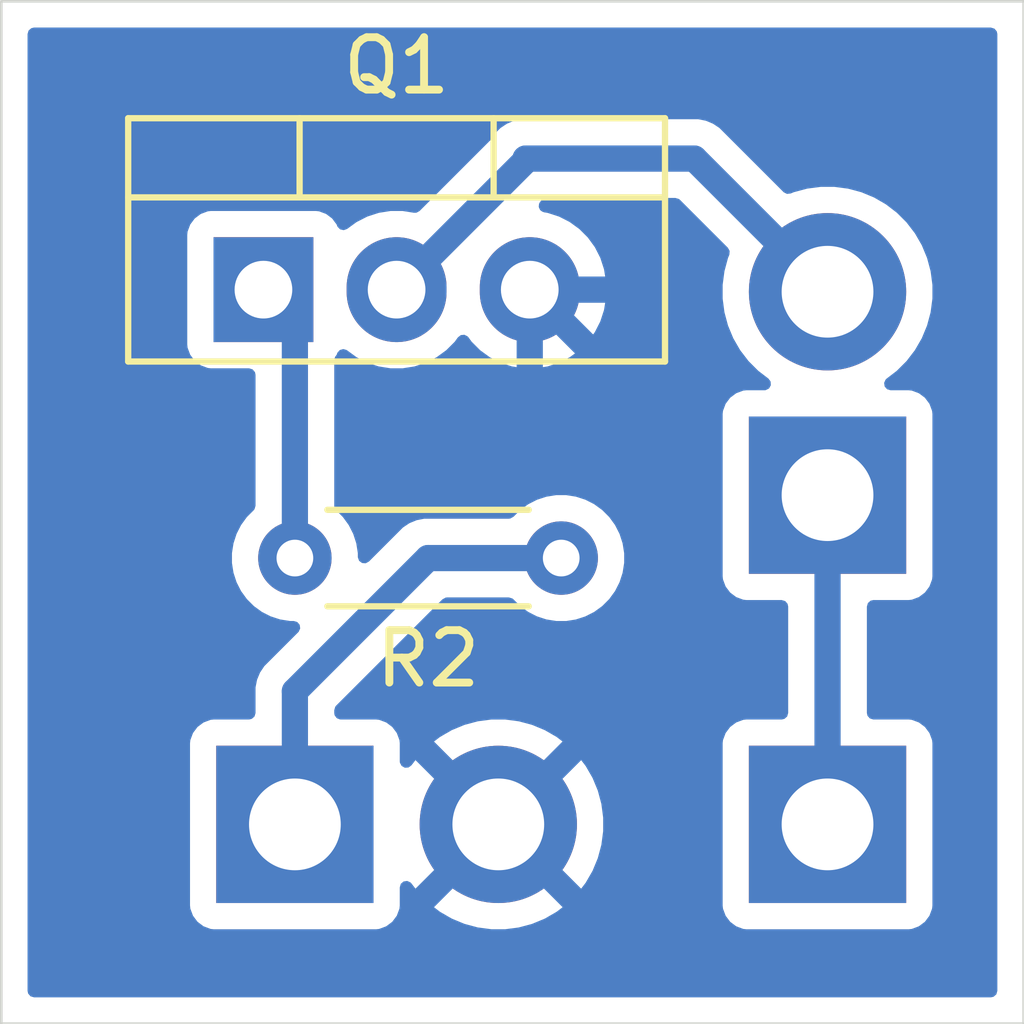
<source format=kicad_pcb>
(kicad_pcb (version 20241229) (generator "pcbnew") (generator_version "9.0")
  (layers (0 "F.Cu" signal) (2 "B.Cu" signal) (13 "F.Paste" user) (15 "B.Paste" user) (5 "F.SilkS" user "F.Silkscreen") (7 "B.SilkS" user "B.Silkscreen") (1 "F.Mask" user) (3 "B.Mask" user) (25 "Edge.Cuts" user))
  (net 0 "")
  (net 1 "led -")
  (net 2 "led+")
  (net 3 "Net-(Q1-B)")
  (net 4 "GND")
  (net 5 "VCC")
  (footprint "Connector:JWT_A3963_1x02_P3.96mm_Vertical" (layer "F.Cu") (at 101.6 76.2)
    (property "Reference" "REF**" (hide yes))
    (property "Value" "JWT_A3963_1x02_P3.96mm_Vertical" (hide yes))
    (pad "1" thru_hole rect (at 0 0) (size 3 3) (drill 1.75) (layers "*.Cu" "*.Mask") (net 5 "VCC"))
    (pad "2" thru_hole circle (at 3.88 0) (size 3 3) (drill 1.75) (layers "*.Cu" "*.Mask") (net 4 "GND"))
  )
  (footprint "Connector:JWT_A3963_1x02_P3.96mm_Vertical" (layer "F.Cu") (at 111.76 69.92 90)
    (property "Reference" "REF**" (hide yes))
    (property "Value" "JWT_A3963_1x02_P3.96mm_Vertical" (hide yes))
    (pad "1" thru_hole rect (at 0 0 90) (size 3 3) (drill 1.75) (layers "*.Cu" "*.Mask") (net 2 "led+"))
    (pad "2" thru_hole circle (at 3.88 0 90) (size 3 3) (drill 1.75) (layers "*.Cu" "*.Mask") (net 1 "led -"))
  )
  (footprint "" (layer "F.Cu") (at 111.76 76.2)
    (property "Reference" "" (at 0 0 0) (layer "F.SilkS") (effects (font (size 1.27 1.27))))
    (property "Value" "" (at 0 0 0) (layer "F.SilkS") (effects (font (size 1.27 1.27))))
    (pad "1" thru_hole rect (at 0 0 90) (size 3 3) (drill 1.75) (layers "*.Cu" "*.Mask") (net 2 "led+"))
  )
  (footprint "Package_TO_SOT_THT:TO-220-3_Vertical" (layer "F.Cu") (at 101 66)
    (property "Reference" "Q1" (at 2.54 -4.27 0) (layer "F.SilkS"))
    (property "Value" "TIP41C")
    (fp_line (start -2.58 -3.27) (end -2.58 1.371) (stroke (width 0.12)) (layer "F.SilkS"))
    (fp_line (start -2.58 -3.27) (end 7.66 -3.27) (stroke (width 0.12)) (layer "F.SilkS"))
    (fp_line (start -2.58 -1.76) (end 7.66 -1.76) (stroke (width 0.12)) (layer "F.SilkS"))
    (fp_line (start -2.58 1.371) (end 7.66 1.371) (stroke (width 0.12)) (layer "F.SilkS"))
    (fp_line (start 0.69 -3.27) (end 0.69 -1.76) (stroke (width 0.12)) (layer "F.SilkS"))
    (fp_line (start 4.391 -3.27) (end 4.391 -1.76) (stroke (width 0.12)) (layer "F.SilkS"))
    (fp_line (start 7.66 -3.27) (end 7.66 1.371) (stroke (width 0.12)) (layer "F.SilkS"))
    (pad "1" thru_hole rect (at 0 0) (size 1.905 2) (drill 1.1) (layers "*.Cu" "*.Mask") (net 3 "Net-(Q1-B)"))
    (pad "2" thru_hole oval (at 2.54 0) (size 1.905 2) (drill 1.1) (layers "*.Cu" "*.Mask") (net 1 "led -"))
    (pad "3" thru_hole oval (at 5.08 0) (size 1.905 2) (drill 1.1) (layers "*.Cu" "*.Mask") (net 4 "GND"))
  )
  (footprint "Resistor_THT:R_Axial_DIN0204_L3.6mm_D1.6mm_P5.08mm_Horizontal" (layer "F.Cu") (at 106.68 71.12 180)
    (property "Reference" "R2" (at 2.54 -1.92 0) (layer "F.SilkS"))
    (property "Value" "1k")
    (fp_line (start 0.62 0.92) (end 4.46 0.92) (stroke (width 0.12)) (layer "F.SilkS"))
    (fp_line (start 0.62 -0.92) (end 4.46 -0.92) (stroke (width 0.12)) (layer "F.SilkS"))
    (pad "1" thru_hole circle (at 0 0 180) (size 1.4 1.4) (drill 0.7) (layers "*.Cu" "*.Mask") (net 5 "VCC"))
    (pad "2" thru_hole oval (at 5.08 0 180) (size 1.4 1.4) (drill 0.7) (layers "*.Cu" "*.Mask") (net 3 "Net-(Q1-B)"))
  )
  (gr_rect (start 96 60.5) (end 115.5 80) (stroke (width 0.05)) (fill no) (layer "Edge.Cuts"))
  (segment (start 106 63.54) (end 103.54 66) (width 0.5) (layer "B.Cu") (net 1))
  (segment (start 106 63.5) (end 106 63.54) (width 0.5) (layer "B.Cu") (net 1))
  (segment (start 109.22 63.5) (end 106 63.5) (width 0.5) (layer "B.Cu") (net 1))
  (segment (start 111.76 66.04) (end 109.22 63.5) (width 0.5) (layer "B.Cu") (net 1))
  (segment (start 111.76 69.92) (end 111.76 76.2) (width 0.5) (layer "B.Cu") (net 2))
  (segment (start 101.6 66.6) (end 101 66) (width 0.5) (layer "B.Cu") (net 3))
  (segment (start 101.6 71.12) (end 101.6 66.6) (width 0.5) (layer "B.Cu") (net 3))
  (segment (start 109 72.68) (end 109 68.92) (width 0.5) (layer "B.Cu") (net 4))
  (segment (start 109 68.92) (end 106.08 66) (width 0.5) (layer "B.Cu") (net 4))
  (segment (start 105.48 76.2) (end 109 72.68) (width 0.5) (layer "B.Cu") (net 4))
  (segment (start 101.6 73.66) (end 101.6 76.2) (width 0.5) (layer "B.Cu") (net 5))
  (segment (start 106.68 71.12) (end 104.14 71.12) (width 0.5) (layer "B.Cu") (net 5))
  (segment (start 104.14 71.12) (end 101.6 73.66) (width 0.5) (layer "B.Cu") (net 5))
  (zone (net 4) (net_name "GND") (layer "B.Cu") (connect_pads (clearance 0.5)) (min_thickness 0.25) (fill yes (thermal_gap 0.5) (thermal_bridge_width 0.5))
    (polygon (pts (xy 115.5 60.5) (xy 96 60.5) (xy 96 80) (xy 115.5 80)))
  )
)
</source>
